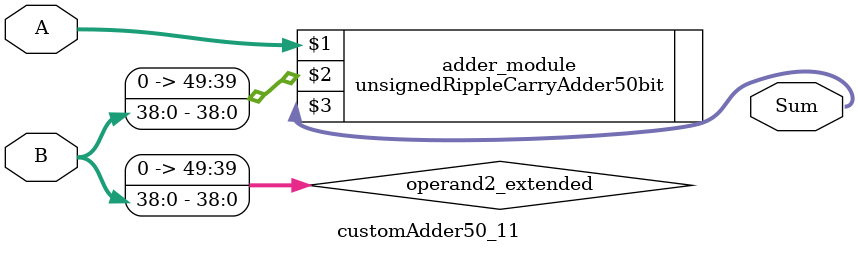
<source format=v>
module customAdder50_11(
                        input [49 : 0] A,
                        input [38 : 0] B,
                        
                        output [50 : 0] Sum
                );

        wire [49 : 0] operand2_extended;
        
        assign operand2_extended =  {11'b0, B};
        
        unsignedRippleCarryAdder50bit adder_module(
            A,
            operand2_extended,
            Sum
        );
        
        endmodule
        
</source>
